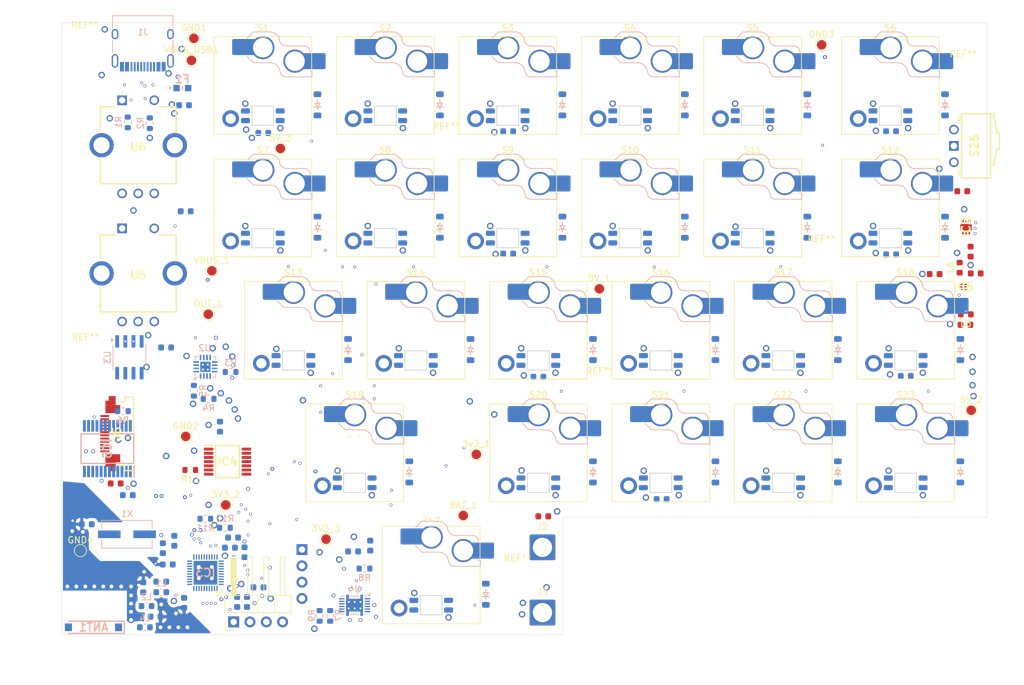
<source format=kicad_pcb>
(kicad_pcb (version 20240108) (generator "pcbnew") (generator_version "8.0")
  (layers (0 "F.Cu" signal) (1 "In1.Cu" power "PWR") (2 "In2.Cu" power "GND") (31 "B.Cu" signal) (34 "B.Paste" user) (35 "F.Paste" user) (36 "B.SilkS" user "B.Silkscreen") (37 "F.SilkS" user "F.Silkscreen") (38 "B.Mask" user) (39 "F.Mask" user) (44 "Edge.Cuts" user))
  (net 0 "")
  (net 1 "GND")
  (net 2 "3V3")
  (net 3 "Net-(U4-V_{DD})")
  (net 4 "5V")
  (net 5 "Net-(D1-DOUT)")
  (net 6 "Net-(D1-DIN)")
  (net 7 "Net-(D2-DOUT)")
  (net 8 "Net-(D5-DOUT)")
  (net 9 "Net-(D10-DOUT)")
  (net 10 "Net-(D12-DOUT)")
  (net 11 "Net-(D14-DOUT)")
  (net 12 "Net-(D18-DOUT)")
  (net 13 "/VBUS")
  (net 21 "Net-(IC4-2Y)")
  (net 23 "/2A")
  (net 26 "/D_N")
  (net 27 "Net-(J1-CC1)")
  (net 28 "/D_P")
  (net 29 "Net-(J1-CC2)")
  (net 31 "/SDA")
  (net 32 "/SCL")
  (net 41 "/Column 0")
  (net 42 "/Column 1")
  (net 43 "/Column 2")
  (net 44 "/Column 3")
  (net 45 "/Column 4")
  (net 46 "/Column 5")
  (net 47 "/CW2")
  (net 48 "D-")
  (net 49 "/CCW")
  (net 50 "/Row 1")
  (net 51 "/NO")
  (net 52 "/NO2")
  (net 53 "D+")
  (net 54 "/Row 0")
  (net 55 "/Row 3")
  (net 56 "/Row 2")
  (net 57 "/CCW2")
  (net 58 "/CW")
  (net 59 "/CHG")
  (net 60 "Net-(U2-TS)")
  (net 61 "Net-(U2-ISET)")
  (net 64 "Net-(U2-ILIM)")
  (net 65 "Net-(U4-GPOUT)")
  (net 66 "Net-(U4-BIN)")
  (net 68 "Net-(U4-SRN)")
  (net 69 "Net-(U4-SRP)")
  (net 79 "Net-(Di1-A)")
  (net 80 "Net-(Di7-A)")
  (net 81 "Net-(Di8-A)")
  (net 82 "Net-(Di9-A)")
  (net 83 "Net-(Di10-A)")
  (net 84 "Net-(Di14-A)")
  (net 85 "Net-(Di19-A)")
  (net 86 "Net-(Di21-A)")
  (net 87 "Net-(Di23-A)")
  (net 89 "Net-(IC3-ANT)")
  (net 90 "Net-(IC3-SWDIO)")
  (net 91 "Net-(IC3-DECUSB)")
  (net 92 "Net-(IC3-DEC1)")
  (net 93 "Net-(IC3-XC1)")
  (net 94 "/DEC4")
  (net 95 "Net-(IC3-DEC5)")
  (net 96 "Net-(IC3-XC2)")
  (net 97 "Net-(IC3-DEC3)")
  (net 98 "/INTA")
  (net 99 "Net-(IC3-SWDCLK)")
  (net 116 "Net-(C15-Pad1)")
  (net 117 "/RF")
  (net 118 "Net-(IC2-LX)")
  (net 120 "Net-(IC2-BAT)")
  (net 122 "Net-(IC6-LX)")
  (net 124 "Net-(ANT1-FEED)")
  (net 125 "Net-(Di15-A)")
  (net 126 "Net-(Di22-A)")
  (net 127 "Net-(Di11-A)")
  (net 128 "Net-(Di17-A)")
  (net 129 "Net-(Di24-A)")
  (net 130 "Net-(Di12-A)")
  (net 131 "Net-(Di18-A)")
  (net 132 "Net-(Di2-A)")
  (net 133 "Net-(Di13-A)")
  (net 134 "Net-(Di3-A)")
  (net 135 "Net-(Di4-A)")
  (net 136 "Net-(Di16-A)")
  (net 137 "Net-(Di5-A)")
  (net 138 "Net-(Di6-A)")
  (net 139 "Net-(Di20-A)")
  (net 140 "Net-(D3-DOUT)")
  (net 141 "Net-(D4-DOUT)")
  (net 142 "Net-(D6-DOUT)")
  (net 143 "Net-(D7-DOUT)")
  (net 144 "Net-(D8-DOUT)")
  (net 145 "Net-(D10-DIN)")
  (net 146 "Net-(D11-DOUT)")
  (net 147 "Net-(D13-DOUT)")
  (net 148 "Net-(D15-DOUT)")
  (net 149 "Net-(D17-DOUT)")
  (net 150 "Net-(D16-DOUT)")
  (net 151 "Net-(D19-DOUT)")
  (net 152 "Net-(D20-DOUT)")
  (net 153 "Net-(D21-DOUT)")
  (net 154 "Net-(D22-DOUT)")
  (net 155 "Net-(D20-DIN)")
  (net 157 "/BAT")
  (net 158 "/VBUS_USB")
  (net 159 "/OUT")
  (net 160 "Net-(J5-PadMP1)")
  (net 161 "Net-(J5-PadMP4)")
  (footprint "Connector_Wire:SolderWire-2.5sqmm_1x01_D2.4mm_OD3.6mm" (layer "F.Cu") (at 134.0005 108.4204)
    (property "Reference" "J2")
    (property "Value" "Battery Pos")
  )
  (footprint "ScottoKeebs_Hotswap:Hotswap_Choc_V1V2_Plated_1.00u" (layer "F.Cu") (at 128.5965 55.5734)
    (property "Reference" "S9")
    (property "Value" "Keyswitch")
  )
  (footprint "MountingHole:MountingHole_2.2mm_M2" (layer "F.Cu") (at 130.1065 113.3234)
    (property "Reference" "REF**")
    (property "Value" "MountingHole_2.2mm_M2")
  )
  (footprint "MountingHole:MountingHole_2.2mm_M2" (layer "F.Cu") (at 177.4065 63.6234)
    (property "Reference" "REF**")
    (property "Value" "MountingHole_2.2mm_M2")
  )
  (footprint "Connector_PinHeader_2.54mm:PinHeader_1x04_P2.54mm_Horizontal" (layer "F.Cu") (at 85.9565 120.0234 90)
    (property "Reference" "J6")
    (property "Value" "PinHeader_1x04_P2.54mm_Horizontal")
  )
  (footprint "Inductor_SMD:L_0603_1608Metric" (layer "F.Cu") (at 199.867896 72.147099 180)
    (property "Reference" "L3")
    (property "Value" "1uH")
  )
  (footprint "TestPoint:TestPoint_Pad_D1.5mm" (layer "F.Cu") (at 79.3905 32.6014)
    (property "Reference" "VBUS_USB1")
    (property "Value" "TestPoint")
  )
  (footprint "ScottoKeebs_Components:Capacitor_0603" (layer "F.Cu") (at 199.8065 73.7734)
    (property "Reference" "C13" (hide yes))
    (property "Value" "4.7uF" (hide yes))
  )
  (footprint "MountingHole:MountingHole_2.2mm_M2" (layer "F.Cu") (at 142.9065 84.1234)
    (property "Reference" "REF**")
    (property "Value" "MountingHole_2.2mm_M2")
  )
  (footprint "ScottoKeebs_Hotswap:Hotswap_Choc_V1V2_Plated_1.00u" (layer "F.Cu") (at 114.309 74.6234)
    (property "Reference" "S14")
    (property "Value" "Keyswitch")
  )
  (footprint "ScottoKeebs_Components:OLED_128x32" (layer "F.Cu") (at 98.18275 118.5614 180)
    (property "Reference" "J4" (hide yes))
    (property "Value" "OLED_128x32")
  )
  (footprint "TestPoint:TestPoint_Pad_D1.5mm" (layer "F.Cu") (at 123.7135 93.9424)
    (property "Reference" "3v3_1")
    (property "Value" "TestPoint")
  )
  (footprint "ScottoKeebs_Components:Capacitor_0603" (layer "F.Cu") (at 199.3065 52.9734 180)
    (property "Reference" "C25" (hide yes))
    (property "Value" "10uF" (hide yes))
  )
  (footprint "ScottoKeebs_Hotswap:Hotswap_Choc_V1V2_Plated_1.00u" (layer "F.Cu") (at 104.784 93.6734)
    (property "Reference" "S19")
    (property "Value" "Keyswitch")
  )
  (footprint "SamacSys_Parts:XC9290A07E1RG" (layer "F.Cu") (at 199.5065 67.8734 180)
    (property "Reference" "IC6")
    (property "Value" "XC9291B33D1R-G" (hide yes))
  )
  (footprint "ScottoKeebs_Hotswap:Hotswap_Choc_V1V2_Plated_1.00u" (layer "F.Cu") (at 171.459 74.6234)
    (property "Reference" "S17")
    (property "Value" "Keyswitch")
  )
  (footprint "TestPoint:TestPoint_Pad_D1.5mm" (layer "F.Cu") (at 84.7245 101.8164)
    (property "Reference" "3V3_2")
    (property "Value" "TestPoint")
  )
  (footprint "ScottoKeebs_Hotswap:Hotswap_Choc_V1V2_Plated_1.00u" (layer "F.Cu") (at 166.6965 55.5734)
    (property "Reference" "S11")
    (property "Value" "Keyswitch")
  )
  (footprint "ScottoKeebs_Hotswap:Hotswap_Choc_V1V2_Plated_1.00u" (layer "F.Cu") (at 90.4965 55.5734)
    (property "Reference" "S7")
    (property "Value" "Keyswitch")
  )
  (footprint "ScottoKeebs_Hotswap:Hotswap_Choc_V1V2_Plated_1.00u" (layer "F.Cu") (at 152.409 74.6234)
    (property "Reference" "S16")
    (property "Value" "Keyswitch")
  )
  (footprint "ScottoKeebs_Hotswap:Hotswap_Choc_V1V2_Plated_1.00u" (layer "F.Cu") (at 133.359 74.6234)
    (property "Reference" "S15")
    (property "Value" "Keyswitch")
  )
  (footprint "SamacSys_Parts:SOP65P640X110-14N" (layer "F.Cu") (at 85.0065 95.0734)
    (property "Reference" "IC4")
    (property "Value" "74AHCT125PW,118" (hide yes))
  )
  (footprint "TestPoint:TestPoint_Pad_D1.5mm" (layer "F.Cu") (at 200.7065 87.0734)
    (property "Reference" "5V_2")
    (property "Value" "TestPoint")
  )
  (footprint "ScottoKeebs_Hotswap:Hotswap_Choc_V1V2_Plated_1.00u" (layer "F.Cu") (at 147.6465 55.5734)
    (property "Reference" "S10")
    (property "Value" "Keyswitch")
  )
  (footprint "ScottoKeebs_Hotswap:Hotswap_Choc_V1V2_Plated_1.00u" (layer "F.Cu") (at 190.509 93.6734)
    (property "Reference" "S23")
    (property "Value" "Keyswitch")
  )
  (footprint "ScottoKeebs_Hotswap:Hotswap_Choc_V1V2_Plated_1.00u" (layer "F.Cu") (at 109.5465 36.5234)
    (property "Reference" "S2")
    (property "Value" "Keyswitch")
  )
  (footprint "ScottoKeebs_Hotswap:Hotswap_Choc_V1V2_Plated_1.00u" (layer "F.Cu") (at 152.409 93.6734)
    (property "Reference" "S21")
    (property "Value" "Keyswitch")
  )
  (footprint "ScottoKeebs_Hotswap:Hotswap_Choc_V1V2_Plated_1.00u" (layer "F.Cu") (at 116.69025 112.7234)
    (property "Reference" "S24")
    (property "Value" "Keyswitch")
  )
  (footprint "TestPoint:TestPoint_Pad_D1.5mm" (layer "F.Cu") (at 82.5655 65.3674)
    (property "Reference" "VBUS_1")
    (property "Value" "TestPoint")
  )
  (footprint "ScottoKeebs_Hotswap:Hotswap_Choc_V1V2_Plated_1.00u" (layer "F.Cu") (at 133.359002 93.6734)
    (property "Reference" "S20")
    (property "Value" "Keyswitch")
  )
  (footprint "ScottoKeebs_Components:Capacitor_0603" (layer "F.Cu") (at 200.6065 62.3734 -90)
    (property "Reference" "C26" (hide yes))
    (property "Value" "10uF" (hide yes))
  )
  (footprint "ScottoKeebs_Components:Capacitor_0603" (layer "F.Cu") (at 67.6065 98.4734)
    (property "Reference" "C37" (hide yes))
    (property "Value" "100nF" (hide yes))
  )
  (footprint "ScottoKeebs_Hotswap:Hotswap_Choc_V1V2_Plated_1.00u" (layer "F.Cu") (at 90.4965 36.5234)
    (property "Reference" "S1")
    (property "Value" "Keyswitch")
  )
  (footprint "ScottoKeebs_Hotswap:Hotswap_Choc_V1V2_Plated_1.00u" (layer "F.Cu") (at 188.12775 55.5734)
    (property "Reference" "S12")
    (property "Value" "Keyswitch")
  )
  (footprint "MountingHole:MountingHole_3.2mm_M3" (layer "F.Cu") (at 62.8065 31.3234)
    (property "Reference" "REF**")
    (property "Value" "MountingHole_3.2mm_M3")
  )
  (footprint "MountingHole:MountingHole_3.2mm_M3" (layer "F.Cu") (at 199.4565 35.8234)
    (property "Reference" "REF**")
    (property "Value" "MountingHole_3.2mm_M3")
  )
  (footprint "SamacSys_Parts:CLSA12C422" (layer "F.Cu") (at 198.0065 45.9234 90)
    (property "Reference" "S26")
    (property "Value" "CL-SA-12C4-22" (hide yes))
  )
  (footprint "ScottoKeebs_Hotswap:Hotswap_Choc_V1V2_Plated_1.00u" (layer "F.Cu") (at 171.459 93.6734)
    (property "Reference" "S22")
    (property "Value" "Keyswitch")
  )
  (footprint "ScottoKeebs_Stabilizer:Stabilizer_MX_2.00u" (layer "F.Cu") (at 104.784 93.6734)
    (property "Reference" "St1")
    (property "Value" "Stabilizer_MX_2.00u")
  )
  (footprint "MountingHole:MountingHole_2.2mm_M2" (layer "F.Cu") (at 119.0565 46.0734)
    (property "Reference" "REF**")
    (property "Value" "MountingHole_2.2mm_M2")
  )
  (footprint "SamacSys_Parts:PEC11L4015FS0015" (layer "F.Cu") (at 68.6065 58.7634)
    (property "Reference" "U5")
    (property "Value" "PEC11L-4015F-S0015" (hide yes))
  )
  (footprint "ScottoKeebs_Hotswap:Hotswap_Choc_V1V2_Plated_1.00u" (layer "F.Cu") (at 95.259 74.6234)
    (property "Reference" "S13")
    (property "Value" "Keyswitch")
  )
  (footprint "MountingHole:MountingHole_3.2mm_M3" (layer "F.Cu") (at 62.9065 79.8734)
    (property "Reference" "REF**")
    (property "Value" "MountingHole_3.2mm_M3")
  )
  (footprint "ScottoKeebs_Components:Capacitor_0603" (layer "F.Cu") (at 195.0065 65.8734 180)
    (property "Reference" "C10" (hide yes))
    (property "Value" "4.7uF" (hide yes))
  )
  (footprint "ScottoKeebs_Hotswap:Hotswap_Choc_V1V2_Plated_1.00u" (layer "F.Cu") (at 109.5465 55.5734)
    (property "Reference" "S8")
    (property "Value" "Keyswitch")
  )
  (footprint "SamacSys_Parts:XC9147_8_USP-6C" (layer "F.Cu") (at 199.9065 58.5734 -90)
    (property "Reference" "IC2")
    (property "Value" "XC9148G50CER-G" (hide yes))
  )
  (footprint "SamacSys_Parts:SFV12R1STBE1HLF" (layer "F.Cu") (at 67.8065 90.724244 90)
    (property "Reference" "J5")
    (property "Value" "SFV12R-1STBE1HLF" (hide yes))
  )
  (footprint "Resistor_SMD:R_0603_1608Metric" (layer "F.Cu") (at 79.2065 96.3734 180)
    (property "Reference" "R12")
    (property "Value" "500")
  )
  (footprint "TestPoint:TestPoint_Pad_D1.5mm" (layer "F.Cu") (at 100.3315 107.1484)
    (property "Reference" "3V3_3")
    (property "Value" "TestPoint")
  )
  (footprint "TestPoint:TestPoint_Pad_D1.5mm" (layer "F.Cu") (at 79.7715 29.1724)
    (property "Reference" "GND1")
    (property "Value" "TestPoint")
  )
  (footprint "TestPoint:TestPoint_Pad_D1.5mm" (layer "F.Cu") (at 177.4345 30.1884)
    (property "Reference" "GND3")
    (property "Value" "TestPoint")
  )
  (footprint "TestPoint:TestPoint_Pad_D1.5mm" (layer "F.Cu") (at 62.1185 108.9284)
    (property "Reference" "GND4")
    (property "Value" "TestPoint")
  )
  (footprint "ScottoKeebs_Components:Capacitor_0603" (layer "F.Cu") (at 134.1275 103.5944)
    (property "Reference" "C18" (hide yes))
    (property "Value" "1uF" (hide yes))
  )
  (footprint "TestPoint:TestPoint_Pad_D1.5mm" (layer "F.Cu") (at 82.0065 72.1234)
    (property "Reference" "OUT_1")
    (property "Value" "TestPoint")
  )
  (footprint "Inductor_SMD:L_0603_1608Metric" (layer "F.Cu") (at 198.9065 64.8734 90)
    (property "Reference" "L6")
    (property "Value" "4.7uH")
  )
  (footprint "ScottoKeebs_Hotswap:Hotswap_Choc_V1V2_Plated_1.00u" (layer "F.Cu") (at 190.509 74.6234)
    (property "Reference" "S18")
    (property "Value" "Keyswitch")
  )
  (footprint "SamacSys_Parts:PEC11L4015FS0015" (layer "F.Cu") (at 68.6065 38.8134)
    (property "Reference" "U6")
    (property "Value" "PEC11L-4015F-S0015" (hide yes))
  )
  (footprint "ScottoKeebs_Hotswap:Hotswap_Choc_V1V2_Plated_1.00u" (layer "F.Cu") (at 166.6965 36.5234)
    (property "Reference" "S5")
    (property "Value" "Keyswitch")
  )
  (footprint "ScottoKeebs_Hotswap:Hotswap_Choc_V1V2_Plated_1.00u" (layer "F.Cu") (at 128.5965 36.5234)
    (property "Reference" "S3")
    (property "Value" "Keyswitch")
  )
  (footprint "ScottoKeebs_Hotswap:Hotswap_Choc_V1V2_Plated_1.00u" (layer "F.Cu") (at 147.6465 36.5234)
    (property "Reference" "S4")
    (property "Value" "Keyswitch")
  )
  (footprint "ScottoKeebs_Hotswap:Hotswap_Choc_V1V2_Plated_1.00u" (layer "F.Cu") (at 188.12775 36.5234)
    (property "Reference" "S6")
    (property "Value" "Keyswitch")
  )
  (footprint "ScottoKeebs_Components:Capacitor_0603" (layer "F.Cu") (at 201.4065 65.7734 180)
    (property "Reference" "C27" (hide yes))
    (property "Value" "10uF" (hide yes))
  )
  (footprint "TestPoint:TestPoint_Pad_D1.5mm" (layer "F.Cu") (at 142.8565 68.1734)
    (property "Reference" "5V_1")
    (property "Value" "TestPoint")
  )
  (footprint "TestPoint:TestPoint_Pad_D1.5mm" (layer "F.Cu") (at 78.5015 91.1484)
    (property "Reference" "GND2")
    (property "Value" "TestPoint")
  )
  (footprint "TestPoint:TestPoint_Pad_D1.5mm" (layer "F.Cu") (at 93.2335 46.3174)
    (property "Reference" "5V_3")
    (property "Value" "TestPoint")
  )
  (footprint "TestPoint:TestPoint_Pad_D1.5mm" (layer "F.Cu") (at 121.6815 103.4674)
    (property "Reference" "BAT_1")
    (property "Value" "TestPoint")
  )
  (footprint "Connector_Wire:SolderWire-2.5sqmm_1x01_D2.4mm_OD3.6mm" (layer "F.Cu") (at 134.0005 118.5804)
    (property "Reference" "J3")
    (property "Value" "Battery Neg")
  )
  (footprint "ScottoKeebs_Components:Diode_SOD-123" (layer "B.Cu") (at 118.0465 58.5734 90)
    (property "Reference" "Di12" (hide yes))
    (property "Value" "Diode")
  )
  (footprint "ScottoKeebs_Components:Capacitor_0603" (layer "B.Cu") (at 75.7075 111.0874 180)
    (property "Reference" "C12" (hide yes))
    (property "Value" "100pF" (hide yes))
  )
  (footprint "ScottoKeebs_Components:LED_SK6812MINI" (layer "B.Cu") (at 190.509 79.3234)
    (property "Reference" "D18" (hide yes))
    (property "Value" "LED_SK6812MINI" (hide yes))
    (fp_line (start -1.7 -1.5) (end -1.7 1.5) (stroke (width 0.12)) (layer "Edge.Cuts"))
    (fp_line (start -1.7 1.5) (end 1.7 1.5) (stroke (width 0.12)) (layer "Edge.Cuts"))
    (fp_line (start 1.7 -1.5) (end -1.7 -1.5) (stroke (width 0.12)) (layer "Edge.Cuts"))
    (fp_line (start 1.7 1.5) (end 1.7 -1.5) (stroke (width 0.12)) (layer "Edge.Cuts"))
  )
  (footprint "ScottoKeebs_Components:Diode_SOD-123" (layer "B.Cu") (at 156.1465 58.5734 90)
    (property "Reference" "Di13" (hide yes))
    (property "Value" "Diode")
  )
  (footprint "ScottoKeebs_Components:Capacitor_0603" (layer "B.Cu") (at 133.3655 81.8774 180)
    (property "Reference" "C30" (hide yes))
    (property "Value" "100nF" (hide yes))
  )
  (footprint "ScottoKeebs_Components:Capacitor_0603" (layer "B.Cu") (at 78.2475 117.0564 -90)
    (property "Reference" "C11" (hide yes))
    (property "Value" "820pF" (hide yes))
  )
  (footprint "ScottoKeebs_Components:Capacitor_0603" (layer "B.Cu") (at 71.8975 114.6434 90)
    (property "Reference" "C15" (hide yes))
    (property "Value" "1.2pF" (hide yes))
  )
  (footprint "ScottoKeebs_Components:Diode_SOD-123" (layer "B.Cu") (at 175.1965 39.5234 90)
    (property "Reference" "Di2" (hide yes))
    (property "Value" "Diode")
  )
  (footprint "Resistor_SMD:R_0603_1608Metric" (layer "B.Cu") (at 72.9135 42.3804 -90)
    (property "Reference" "R2")
    (property "Value" "5k1")
  )
  (footprint "ScottoKeebs_Components:Diode_SOD-123" (layer "B.Cu") (at 122.809 77.6234 90)
    (property "Reference" "Di16" (hide yes))
    (property "Value" "Diode")
  )
  (footprint "ScottoKeebs_Components:LED_SK6812MINI" (layer "B.Cu") (at 171.459 98.3734)
    (property "Reference" "D22" (hide yes))
    (property "Value" "LED_SK6812MINI" (hide yes))
    (fp_line (start -1.7 -1.5) (end -1.7 1.5) (stroke (width 0.12)) (layer "Edge.Cuts"))
    (fp_line (start -1.7 1.5) (end 1.7 1.5) (stroke (width 0.12)) (layer "Edge.Cuts"))
    (fp_line (start 1.7 -1.5) (end -1.7 -1.5) (stroke (width 0.12)) (layer "Edge.Cuts"))
    (fp_line (start 1.7 1.5) (end 1.7 -1.5) (stroke (width 0.12)) (layer "Edge.Cuts"))
  )
  (footprint "ScottoKeebs_Components:LED_SK6812MINI" (layer "B.Cu") (at 147.6465 60.2734)
    (property "Reference" "D10" (hide yes))
    (property "Value" "LED_SK6812MINI" (hide yes))
    (fp_line (start -1.7 -1.5) (end -1.7 1.5) (stroke (width 0.12)) (layer "Edge.Cuts"))
    (fp_line (start -1.7 1.5) (end 1.7 1.5) (stroke (width 0.12)) (layer "Edge.Cuts"))
    (fp_line (start 1.7 -1.5) (end -1.7 -1.5) (stroke (width 0.12)) (layer "Edge.Cuts"))
    (fp_line (start 1.7 1.5) (end 1.7 -1.5) (stroke (width 0.12)) (layer "Edge.Cuts"))
  )
  (footprint "Inductor_SMD:L_0603_1608Metric" (layer "B.Cu") (at 74.6915 115.4054 180)
    (property "Reference" "L1")
    (property "Value" "4.7nH")
  )
  (footprint "ScottoKeebs_Components:Diode_SOD-123" (layer "B.Cu") (at 125.19025 115.7234 90)
    (property "Reference" "Di24" (hide yes))
    (property "Value" "Diode")
  )
  (footprint "ScottoKeebs_Components:LED_SK6812MINI" (layer "B.Cu") (at 147.6465 41.2234)
    (property "Reference" "D4" (hide yes))
    (property "Value" "LED_SK6812MINI" (hide yes))
    (fp_line (start -1.7 -1.5) (end -1.7 1.5) (stroke (width 0.12)) (layer "Edge.Cuts"))
    (fp_line (start -1.7 1.5) (end 1.7 1.5) (stroke (width 0.12)) (layer "Edge.Cuts"))
    (fp_line (start 1.7 -1.5) (end -1.7 -1.5) (stroke (width 0.12)) (layer "Edge.Cuts"))
    (fp_line (start 1.7 1.5) (end 1.7 -1.5) (stroke (width 0.12)) (layer "Edge.Cuts"))
  )
  (footprint "SamacSys_Parts:SOP65P780X200-24N" (layer "B.Cu") (at 66.3095 93.0534 90)
    (property "Reference" "IC5")
    (property "Value" "MCP23018T-E_SS" (hide yes))
  )
  (footprint "Crystal:Crystal_SMD_ECS_CSM3X-2Pin_7.6x4.1mm" (layer "B.Cu") (at 69.3575 106.3884 180)
    (property "Reference" "X1")
    (property "Value" "32MHz")
  )
  (footprint "Package_SO:SOIC-8_3.9x4.9mm_P1.27mm" (layer "B.Cu") (at 69.7385 78.8294 -90)
    (property "Reference" "U3")
    (property "Value" "USB6B1")
  )
  (footprint "ScottoKeebs_Components:Diode_SOD-123" (layer "B.Cu") (at 156.1465 39.5234 90)
    (property "Reference" "Di9" (hide yes))
    (property "Value" "Diode")
  )
  (footprint "ScottoKeebs_Components:Diode_SOD-123" (layer "B.Cu") (at 199.009 96.6734 90)
    (property "Reference" "Di23" (hide yes))
    (property "Value" "Diode")
  )
  (footprint "Connector_USB:USB_C_Receptacle_HRO_TYPE-C-31-M-12" (layer "B.Cu") (at 71.8165 29.5534)
    (property "Reference" "J1")
    (property "Value" "USB_C_Receptacle_USB2.0_16P")
  )
  (footprint "ScottoKeebs_Components:LED_SK6812MINI" (layer "B.Cu") (at 171.459 79.3234)
    (property "Reference" "D17" (hide yes))
    (property "Value" "LED_SK6812MINI" (hide yes))
    (fp_line (start -1.7 -1.5) (end -1.7 1.5) (stroke (width 0.12)) (layer "Edge.Cuts"))
    (fp_line (start -1.7 1.5) (end 1.7 1.5) (stroke (width 0.12)) (layer "Edge.Cuts"))
    (fp_line (start 1.7 -1.5) (end -1.7 -1.5) (stroke (width 0.12)) (layer "Edge.Cuts"))
    (fp_line (start 1.7 1.5) (end 1.7 -1.5) (stroke (width 0.12)) (layer "Edge.Cuts"))
  )
  (footprint "ScottoKeebs_Components:Capacitor_0603" (layer "B.Cu") (at 128.6665 62.7004 180)
    (property "Reference" "C28" (hide yes))
    (property "Value" "100nF" (hide yes))
  )
  (footprint "ScottoKeebs_Components:Capacitor_0603" (layer "B.Cu") (at 190.5285 81.7504 180)
    (property "Reference" "C21" (hide yes))
    (property "Value" "100nF" (hide yes))
  )
  (footprint "Resistor_SMD:R_0603_1608Metric" (layer "B.Cu") (at 84.5975 105.3724 180)
    (property "Reference" "R10")
    (property "Value" "10k")
  )
  (footprint "ScottoKeebs_Components:Capacitor_0603" (layer "B.Cu") (at 78.2345 39.5864 180)
    (property "Reference" "C35" (hide yes))
    (property "Value" "22uF" (hide yes))
  )
  (footprint "ScottoKeebs_Components:LED_SK6812MINI" (layer "B.Cu") (at 109.5465 60.2734)
    (property "Reference" "D8" (hide yes))
    (property "Value" "LED_SK6812MINI" (hide yes))
    (fp_line (start -1.7 -1.5) (end -1.7 1.5) (stroke (width 0.12)) (layer "Edge.Cuts"))
    (fp_line (start -1.7 1.5) (end 1.7 1.5) (stroke (width 0.12)) (layer "Edge.Cuts"))
    (fp_line (start 1.7 -1.5) (end -1.7 -1.5) (stroke (width 0.12)) (layer "Edge.Cuts"))
    (fp_line (start 1.7 1.5) (end 1.7 -1.5) (stroke (width 0.12)) (layer "Edge.Cuts"))
  )
  (footprint "ScottoKeebs_Components:Diode_SOD-123" (layer "B.Cu") (at 113.284 96.6734 90)
    (property "Reference" "Di20" (hide yes))
    (property "Value" "Diode")
  )
  (footprint "Resistor_SMD:R_0603_1608Metric" (layer "B.Cu") (at 85.4865 81.1154 180)
    (property "Reference" "R3")
    (property "Value" "3k")
  )
  (footprint "ScottoKeebs_Components:Capacitor_0603" (layer "B.Cu") (at 78.5015 56.0964)
    (property "Reference" "C23" (hide yes))
    (property "Value" "4.7uF" (hide yes))
  )
  (footprint "ScottoKeebs_Components:LED_SK6812MINI" (layer "B.Cu") (at 109.5465 41.2234)
    (property "Reference" "D2" (hide yes))
    (property "Value" "LED_SK6812MINI" (hide yes))
    (fp_line (start -1.7 -1.5) (end -1.7 1.5) (stroke (width 0.12)) (layer "Edge.Cuts"))
    (fp_line (start -1.7 1.5) (end 1.7 1.5) (stroke (width 0.12)) (layer "Edge.Cuts"))
    (fp_line (start 1.7 -1.5) (end -1.7 -1.5) (stroke (width 0.12)) (layer "Edge.Cuts"))
    (fp_line (start 1.7 1.5) (end 1.7 -1.5) (stroke (width 0.12)) (layer "Edge.Cuts"))
  )
  (footprint "ScottoKeebs_Components:Diode_SOD-123" (layer "B.Cu") (at 179.959 77.6234 90)
    (property "Reference" "Di5" (hide yes))
    (property "Value" "Diode")
  )
  (footprint "ScottoKeebs_Components:Diode_SOD-123" (layer "B.Cu") (at 98.9965 39.5234 90)
    (property "Reference" "Di1" (hide yes))
    (property "Value" "Diode")
  )
  (footprint "ScottoKeebs_Components:LED_SK6812MINI" (layer "B.Cu") (at 90.4965 41.2234)
    (property "Reference" "D1" (hide yes))
    (property "Value" "LED_SK6812MINI" (hide yes))
    (fp_line (start -1.7 -1.5) (end -1.7 1.5) (stroke (width 0.12)) (layer "Edge.Cuts"))
    (fp_line (start -1.7 1.5) (end 1.7 1.5) (stroke (width 0.12)) (layer "Edge.Cuts"))
    (fp_line (start 1.7 -1.5) (end -1.7 -1.5) (stroke (width 0.12)) (layer "Edge.Cuts"))
    (fp_line (start 1.7 1.5) (end 1.7 -1.5) (stroke (width 0.12)) (layer "Edge.Cuts"))
  )
  (footprint "Resistor_SMD:R_0603_1608Metric" (layer "B.Cu") (at 100.9805 119.0884 -90)
    (property "Reference" "R9")
    (property "Value" "10m1%")
  )
  (footprint "SamacSys_Parts:ANTC8010X110N" (layer "B.Cu") (at 64.1505 120.8664 180)
    (property "Reference" "ANT1")
    (property "Value" "ACAG0801-2450-T" (hide yes))
  )
  (footprint "ScottoKeebs_Components:Capacitor_0603" (layer "B.Cu") (at 74.6915 113.7544)
    (property "Reference" "C16" (hide yes))
    (property "Value" "1pF" (hide yes))
  )
  (footprint "ScottoKeebs_Components:Diode_SOD-123" (layer "B.Cu") (at 141.859 77.6234 90)
    (property "Reference" "Di17" (hide yes))
    (property "Value" "Diode")
  )
  (footprint "ScottoKeebs_Components:Diode_SOD-123" (layer "B.Cu") (at 179.959 96.6734 90)
    (property "Reference" "Di22" (hide yes))
    (property "Value" "Diode")
  )
  (footprint "Resistor_SMD:R_0603_1608Metric" (layer "B.Cu") (at 69.4845 42.2534 -90)
    (property "Reference" "R1")
    (property "Value" "5k1")
  )
  (footprint "ScottoKeebs_Components:Capacitor_0603" (layer "B.Cu") (at 152.5425 100.9274 180)
    (property "Reference" "C31" (hide yes))
    (property "Value" "100nF" (hide yes))
  )
  (footprint "ScottoKeebs_Components:LED_SK6812MINI" (layer "B.Cu") (at 166.6965 60.2734)
    (property "Reference" "D11" (hide yes))
    (property "Value" "LED_SK6812MINI" (hide yes))
    (fp_line (start -1.7 -1.5) (end -1.7 1.5) (stroke (width 0.12)) (layer "Edge.Cuts"))
    (fp_line (start -1.7 1.5) (end 1.7 1.5) (stroke (width 0.12)) (layer "Edge.Cuts"))
    (fp_line (start 1.7 -1.5) (end -1.7 -1.5) (stroke (width 0.12)) (layer "Edge.Cuts"))
    (fp_line (start 1.7 1.5) (end 1.7 -1.5) (stroke (width 0.12)) (layer "Edge.Cuts"))
  )
  (footprint "ScottoKeebs_Components:LED_SK6812MINI" (layer "B.Cu") (at 152.409 79.3234)
    (property "Reference" "D16" (hide yes))
    (property "Value" "LED_SK6812MINI" (hide yes))
    (fp_line (start -1.7 -1.5) (end -1.7 1.5) (stroke (width 0.12)) (layer "Edge.Cuts"))
    (fp_line (start -1.7 1.5) (end 1.7 1.5) (stroke (width 0.12)) (layer "Edge.Cuts"))
    (fp_line (start 1.7 -1.5) (end -1.7 -1.5) (stroke (width 0.12)) (layer "Edge.Cuts"))
    (fp_line (start 1.7 1.5) (end 1.7 -1.5) (stroke (width 0.12)) (layer "Edge.Cuts"))
  )
  (footprint "Resistor_SMD:R_0603_1608Metric" (layer "B.Cu") (at 99.3295 119.0884 90)
    (property "Reference" "R7")
    (property "Value" "10k")
  )
  (footprint "ScottoKeebs_Components:LED_SK6812MINI" (layer "B.Cu") (at 128.5965 60.2734)
    (property "Reference" "D9" (hide yes))
    (property "Value" "LED_SK6812MINI" (hide yes))
    (fp_line (start -1.7 -1.5) (end -1.7 1.5) (stroke (width 0.12)) (layer "Edge.Cuts"))
    (fp_line (start -1.7 1.5) (end 1.7 1.5) (stroke (width 0.12)) (layer "Edge.Cuts"))
    (fp_line (start 1.7 -1.5) (end -1.7 -1.5) (stroke (width 0.12)) (layer "Edge.Cuts"))
    (fp_line (start 1.7 1.5) (end 1.7 -1.5) (stroke (width 0.12)) (layer "Edge.Cuts"))
  )
  (footprint "ScottoKeebs_Components:Capacitor_0603" (layer "B.Cu") (at 83.8355 89.6244 -90)
    (property "Reference" "C17" (hide yes))
    (property "Value" "4.7uF" (hide yes))
  )
  (footprint "ScottoKeebs_Components:Capacitor_0603" (layer "B.Cu") (at 188.2295 43.6504 180)
    (property "Reference" "C34" (hide yes))
    (property "Value" "10uF" (hide yes))
  )
  (footprint "ScottoKeebs_Components:Capacitor_0603" (layer "B.Cu") (at 90.5665 43.9044 180)
    (property "Reference" "C32" (hide yes))
    (property "Value" "100nF" (hide yes))
  )
  (footprint "ScottoKeebs_Components:Capacitor_0603" (layer "B.Cu") (at 73.8025 119.2154)
    (property "Reference" "C36" (hide yes))
    (property "Value" "1.5pF" (hide yes))
  )
  (footprint "ScottoKeebs_Components:Diode_SOD-123" (layer "B.Cu") (at 118.0465 39.5234 90)
    (property "Reference" "Di7" (hide yes))
    (property "Value" "Diode")
  )
  (footprint "ScottoKeebs_Components:LED_SK6812MINI" (layer "B.Cu") (at 95.259 79.3234)
    (property "Reference" "D13" (hide yes))
    (property "Value" "LED_SK6812MINI" (hide yes))
    (fp_line (start -1.7 -1.5) (end -1.7 1.5) (stroke (width 0.12)) (layer "Edge.Cuts"))
    (fp_line (start -1.7 1.5) (end 1.7 1.5) (stroke (width 0.12)) (layer "Edge.Cuts"))
    (fp_line (start 1.7 -1.5) (end -1.7 -1.5) (stroke (width 0.12)) (layer "Edge.Cuts"))
    (fp_line (start 1.7 1.5) (end 1.7 -1.5) (stroke (width 0.12)) (layer "Edge.Cuts"))
  )
  (footprint "Resistor_SMD:R_0603_1608Metric" (layer "B.Cu") (at 79.7715 84.0364 90)
    (property "Reference" "R5")
    (property "Value" "10k")
  )
  (footprint "ScottoKeebs_Components:LED_SK6812MINI" (layer "B.Cu") (at 90.4965 60.2734)
    (property "Reference" "D7" (hide yes))
    (property "Value" "LED_SK6812MINI" (hide yes))
    (fp_line (start -1.7 -1.5) (end -1.7 1.5) (stroke (width 0.12)) (layer "Edge.Cuts"))
    (fp_line (start -1.7 1.5) (end 1.7 1.5) (stroke (width 0.12)) (layer "Edge.Cuts"))
    (fp_line (start 1.7 -1.5) (end -1.7 -1.5) (stroke (width 0.12)) (layer "Edge.Cuts"))
    (fp_line (start 1.7 1.5) (end 1.7 -1.5) (stroke (width 0.12)) (layer "Edge.Cuts"))
  )
  (footprint "ScottoKeebs_Components:Capacitor_0603" (layer "B.Cu") (at 128.6665 43.6504 180)
    (property "Reference" "C33" (hide yes))
    (property "Value" "100nF" (hide yes))
  )
  (footprint "ScottoKeebs_Components:Capacitor_0603" (layer "B.Cu") (at 63.1065 104.8234)
    (property "Reference" "C6" (hide yes))
    (property "Value" "1uF" (hide yes))
  )
  (footprint "ScottoKeebs_Components:Capacitor_0603" (layer "B.Cu") (at 85.3815 108.4734 180)
    (property "Reference" "C1" (hide yes))
    (property "Value" "4.7uF" (hide yes))
  )
  (footprint "Resistor_SMD:R_0603_1608Metric" (layer "B.Cu") (at 82.0575 85.3064)
    (property "Reference" "R4")
    (property "Value" "1k8")
  )
  (footprint "ScottoKeebs_Components:LED_SK6812MINI" (layer "B.Cu") (at 116.69025 117.4234)
    (property "Reference" "D24" (hide yes))
    (property "Value" "LED_SK6812MINI" (hide yes))
    (fp_line (start -1.7 -1.5) (end -1.7 1.5) (stroke (width 0.12)) (layer "Edge.Cuts"))
    (fp_line (start -1.7 1.5) (end 1.7 1.5) (stroke (width 0.12)) (layer "Edge.Cuts"))
    (fp_line (start 1.7 -1.5) (end -1.7 -1.5) (stroke (width 0.12)) (layer "Edge.Cuts"))
    (fp_line (start 1.7 1.5) (end 1.7 -1.5) (stroke (width 0.12)) (layer "Edge.Cuts"))
  )
  (footprint "ScottoKeebs_Components:LED_SK6812MINI" (layer "B.Cu") (at 152.409 98.3734)
    (property "Reference" "D21" (hide yes))
    (property "Value" "LED_SK6812MINI" (hide yes))
    (fp_line (start -1.7 -1.5) (end -1.7 1.5) (stroke (width 0.12)) (layer "Edge.Cuts"))
    (fp_line (start -1.7 1.5) (end 1.7 1.5) (stroke (width 0.12)) (layer "Edge.Cuts"))
    (fp_line (start 1.7 -1.5) (end -1.7 -1.5) (stroke (width 0.12)) (layer "Edge.Cuts"))
    (fp_line (start 1.7 1.5) (end 1.7 -1.5) (stroke (width 0.12)) (layer "Edge.Cuts"))
  )
  (footprint "Resistor_SMD:R_0603_1608Metric" (layer "B.Cu") (at 81.5495 103.9754)
    (property "Reference" "R11")
    (property "Value" "10k")
  )
  (footprint "Inductor_SMD:L_0603_1608Metric" (layer "B.Cu") (at 72.4055 117.5644 180)
    (property "Reference" "L2")
    (property "Value" "2.2nH")
  )
  (footprint "ScottoKeebs_Components:LED_SK6812MINI" (layer "B.Cu") (at 104.784 98.3734)
    (property "Reference" "D19" (hide yes))
    (property "Value" "LED_SK6812MINI" (hide yes))
    (fp_line (start -1.7 -1.5) (end -1.7 1.5) (stroke (width 0.12)) (layer "Edge.Cuts"))
    (fp_line (start -1.7 1.5) (end 1.7 1.5) (stroke (width 0.12)) (layer "Edge.Cuts"))
    (fp_line (start 1.7 -1.5) (end -1.7 -1.5) (stroke (width 0.12)) (layer "Edge.Cuts"))
    (fp_line (start 1.7 1.5) (end 1.7 -1.5) (stroke (width 0.12)) (layer "Edge.Cuts"))
  )
  (footprint "ScottoKeebs_Components:Diode_SOD-123" (layer "B.Cu") (at 196.62775 58.5734 90)
    (property "Reference" "Di15" (hide yes))
    (property "Value" "Diode")
  )
  (footprint "ScottoKeebs_Components:Capacitor_0603" (layer "B.Cu") (at 87.6455 109.1824 -90)
    (property "Reference" "C3" (hide yes))
    (property "Value" "100nF" (hide yes))
  )
  (footprint "ScottoKeebs_Components:Diode_SOD-123" (layer "B.Cu") (at 137.0965 39.5234 90)
    (property "Reference" "Di8" (hide yes))
    (property "Value" "Diode")
  )
  (footprint "ScottoKeebs_Components:Diode_SOD-123" (layer "B.Cu") (at 137.0965 58.5734 90)
    (property "Reference" "Di3" (hide yes))
    (property "Value" "Diode")
  )
  (footprint "ScottoKeebs_Components:LED_SK6812MINI" (layer "B.Cu") (at 188.12775 60.2734)
    (property "Reference" "D12" (hide yes))
    (property "Value" "LED_SK6812MINI" (hide yes))
    (fp_line (start -1.7 -1.5) (end -1.7 1.5) (stroke (width 0.12)) (layer "Edge.Cuts"))
    (fp_line (start -1.7 1.5) (end 1.7 1.5) (stroke (width 0.12)) (layer "Edge.Cuts"))
    (fp_line (start 1.7 -1.5) (end -1.7 -1.5) (stroke (width 0.12)) (layer "Edge.Cuts"))
    (fp_line (start 1.7 1.5) (end 1.7 -1.5) (stroke (width 0.12)) (layer "Edge.Cuts"))
  )
  (footprint "ScottoKeebs_Components:Capacitor_0603" (layer "B.Cu") (at 88.0265 116.9294 -90)
    (property "Reference" "C7" (hide yes))
    (property "Value" "100nF" (hide yes))
  )
  (footprint "SamacSys_Parts:QFN40P500X500X90-41N-D" (layer "B.Cu") (at 81.5715 112.3724 180)
    (property "Reference" "IC3")
    (property "Value" "nRF52833-QDAA-R7" (hide yes))
  )
  (footprint "ScottoKeebs_Components:Diode_SOD-123" (layer "B.Cu") (at 199.009 77.6234 90)
    (property "Reference" "Di19" (hide yes))
    (property "Value" "Diode")
  )
  (footprint "ScottoKeebs_Components:Capacitor_0603" (layer "B.Cu") (at 74.9455 108.5474 90)
    (property "Reference" "C19" (hide yes))
    (property "Value" "12pF" (hide yes))
  )
  (footprint "ScottoKeebs_Components:Capacitor_0603" (layer "B.Cu") (at 69.4845 100.2924 180)
    (property "Reference" "C20" (hide yes))
    (property "Value" "100nF" (hide yes))
  )
  (footprint "Inductor_SMD:L_0603_1608Metric" (layer "B.Cu") (at 72.1515 120.8664 180)
    (property "Reference" "L4")
    (property "Value" "4.3nH")
  )
  (footprint "ScottoKeebs_Components:LED_SK6812MINI" (layer "B.Cu") (at 166.6965 41.2234)
    (property "Reference" "D5" (hide yes))
    (property "Value" "LED_SK6812MINI" (hide yes))
    (fp_line (start -1.7 -1.5) (end -1.7 1.5) (stroke (width 0.12)) (layer "Edge.Cuts"))
    (fp_line (start -1.7 1.5) (end 1.7 1.5) (stroke (width 0.12)) (layer "Edge.Cuts"))
    (fp_line (start 1.7 -1.5) (end -1.7 -1.5) (stroke (width 0.12)) (layer "Edge.Cuts"))
    (fp_line (start 1.7 1.5) (end 1.7 -1.5) (stroke (width 0.12)) (layer "Edge.Cuts"))
  )
  (footprint "ScottoKeebs_Components:LED_SK6812MINI" (layer "B.Cu") (at 114.309 79.3234)
    (property "Reference" "D14" (hide yes))
    (property "Value" "LED_SK6812MINI" (hide yes))
    (fp_line (start -1.7 -1.5) (end -1.7 1.5) (stroke (width 0.12)) (layer "Edge.Cuts"))
    (fp_line (start -1.7 1.5) (end 1.7 1.5) (stroke (width 0.12)) (layer "Edge.Cuts"))
    (fp_line (start 1.7 -1.5) (end -1.7 -1.5) (stroke (width 0.12)) (layer "Edge.Cuts"))
    (fp_line (start 1.7 1.5) (end 1.7 -1.5) (stroke (width 0.12)) (layer "Edge.Cuts"))
  )
  (footprint "ScottoKeebs_Components:Capacitor_0603" (layer "B.Cu") (at 89.8175 114.6434)
    (property "Reference" "C5" (hide yes))
    (property "Value" "1uF" (hide yes))
  )
  (footprint "ScottoKeebs_Components:Capacitor_0603" (layer "B.Cu") (at 75.4535 77.3054)
    (property "Reference" "C2" (hide yes))
    (property "Value" "4.7uF" (hide yes))
  )
  (footprint "ScottoKeebs_Components:LED_SK6812MINI" (layer "B.Cu") (at 133.359 98.3734)
    (property "Reference" "D20" (hide yes))
    (property "Value" "LED_SK6812MINI" (hide yes))
    (fp_line (start -1.7 -1.5) (end -1.7 1.5) (stroke (width 0.12)) (layer "Edge.Cuts"))
    (fp_line (start -1.7 1.5) (end 1.7 1.5) (stroke (width 0.12)) (layer "Edge.Cuts"))
    (fp_line (start 1.7 -1.5) (end -1.7 -1.5) (stroke (width 0.12)) (layer "Edge.Cuts"))
    (fp_line (start 1.7 1.5) (end 1.7 -1.5) (stroke (width 0.12)) (layer "Edge.Cuts"))
  )
  (footprint "Package_SON:Texas_S-PDSO-N12" (layer "B.Cu") (at 104.779 117.4234 180)
    (property "Reference" "U4")
    (property "Value" "BQ27441-G1")
  )
  (footprint "Resistor_SMD:R_0603_1608Metric" (layer "B.Cu") (at 68.7225 87.2114)
    (property "Reference" "R6")
    (property "Value" "10k")
  )
  (footprint "ScottoKeebs_Components:Capacitor_0603" (layer "B.Cu") (at 107.2035 108.1534 90)
    (property "Reference" "C22" (hide yes))
    (property "Value" "470nF" (hide yes))
  )
  (footprint "Resistor_SMD:R_0603_1608Metric" (layer "B.Cu") (at 106.3145 111.7224)
    (property "Reference" "R8")
    (property "Value" "10k")
  )
  (footprint "ScottoKeebs_Components:Diode_SOD-123" (layer "B.Cu") (at 160.909 96.6734 90)
    (property "Reference" "Di6" (hide yes))
    (property "Value" "Diode")
  )
  (footprint "ScottoKeebs_Components:Diode_SOD-123" (layer "B.Cu") (at 141.859 96.6734 90)
    (property "Reference" "Di21" (hide yes))
    (property "Value" "Diode")
  )
  (footprint "ScottoKeebs_Components:Diode_SOD-123" (layer "B.Cu") (at 196.62775 39.5234 90)
    (property "Reference" "Di10" (hide yes))
    (property "Value" "Diode")
  )
  (footprint "ScottoKeebs_Components:Diode_SOD-123" (layer "B.Cu") (at 98.9965 58.5734 90)
    (property "Reference" "Di11" (hide yes))
    (property "Value" "Diode")
  )
  (footprint "ScottoKeebs_Components:Diode_SOD-123" (layer "B.Cu") (at 103.759 77.6234 90)
    (property "Reference" "Di4" (hide yes))
    (property "Value" "Diode")
  )
  (footprint "ScottoKeebs_Components:Capacitor_0603" (layer "B.Cu") (at 76.7235 107.4044 90)
    (property "Reference" "C14" (hide yes))
    (property "Value" "12pF" (hide yes))
  )
  (footprint "ScottoKeebs_Components:Capacitor_0603" (layer "B.Cu") (at 85.8675 106.8964)
    (property "Reference" "C8" (hide yes))
    (property "Value" "100nF" (hide yes))
  )
  (footprint "ScottoKeebs_Components:Diode_SOD-123" (layer "B.Cu") (at 175.1965 58.5734 90)
    (property "Reference" "Di14" (hide yes))
    (property "Value" "Diode")
  )
  (footprint "ScottoKeebs_Components:Capacitor_0603" (layer "B.Cu") (at 188.2425 62.8274 180)
    (property "Reference" "C29" (hide yes))
    (property "Value" "100nF" (hide yes))
  )
  (footprint "ScottoKeebs_Components:LED_SK6812MINI" (layer "B.Cu") (at 128.5965 41.2234)
    (property "Reference" "D3" (hide yes))
    (property "Value" "LED_SK6812MINI" (hide yes))
    (fp_line (start -1.7 -1.5) (end -1.7 1.5) (stroke (width 0.12)) (layer "Edge.Cuts"))
    (fp_line (start -1.7 1.5) (end 1.7 1.5) (stroke (width 0.12)) (layer "Edge.Cuts"))
    (fp_line (start 1.7 -1.5) (end -1.7 -1.5) (stroke (width 0.12)) (layer "Edge.Cuts"))
    (fp_line (start 1.7 1.5) (end 1.7 -1.5) (stroke (width 0.12)) (layer "Edge.Cuts"))
  )
  (footprint "ScottoKeebs_Components:Capacitor_0603" (layer "B.Cu") (at 104.5365 109.0554)
    (property "Reference" "C9" (hide yes))
    (property "Value" "4.7uF" (hide yes))
  )
  (footprint "ScottoKeebs_Components:LED_SK6812MINI" (layer "B.Cu") (at 188.12775 41.2234)
    (property "Reference" "D6" (hide yes))
    (property "Value" "LED_SK6812MINI" (hide yes))
    (fp_line (start -1.7 -1.5) (end -1.7 1.5) (stroke (width 0.12)) (layer "Edge.Cuts"))
    (fp_line (start -1.7 1.5) (end 1.7 1.5) (stroke (width 0.12)) (layer "Edge.Cuts"))
    (fp_line (start 1.7 -1.5) (end -1.7 -1.5) (stroke (width 0.12)) (layer "Edge.Cuts"))
    (fp_line (start 1.7 1.5) (end 1.7 -1.5) (stroke (width 0.12)) (layer "Edge.Cuts"))
  )
  (footprint "ScottoKeebs_Components:Diode_SOD-123" (layer "B.Cu") (at 160.909 77.6234 90)
    (property "Reference" "Di18" (hide yes))
    (property "Value" "Diode")
  )
  (footprint "ScottoKeebs_Components:LED_SK6812MINI" (layer "B.Cu") (at 133.359 79.3234)
    (property "Reference" "D15" (hide yes))
    (property "Value" "LED_SK6812MINI" (hide yes))
    (fp_line (start -1.7 -1.5) (end -1.7 1.5) (stroke (width 0.12)) (layer "Edge.Cuts"))
    (fp_line (start -1.7 1.5) (end 1.7 1.5) (stroke (width 0.12)) (layer "Edge.Cuts"))
    (fp_line (start 1.7 -1.5) (end -1.7 -1.5) (stroke (width 0.12)) (layer "Edge.Cuts"))
    (fp_line (start 1.7 1.5) (end 1.7 -1.5) (stroke (width 0.12)) (layer "Edge.Cuts"))
  )
  (footprint "Package_DFN_QFN:VQFN-16-1EP_3x3mm_P0.5mm_EP1.6x1.6mm" (layer "B.Cu") (at 81.5615 80.3129)
    (property "Reference" "U2")
    (property "Value" "BQ24072RGT")
  )
  (footprint "ScottoKeebs_Components:Capacitor_0603" (layer "B.Cu") (at 86.5025 116.9294 90)
    (property "Reference" "C4" (hide yes))
    (property "Value" "4.7uF" (hide yes))
  )
  (footprint "ScottoKeebs_Components:LED_SK6812MINI" (layer "B.Cu") (at 190.509 98.3734)
    (property "Reference" "D23" (hide yes))
    (property "Value" "LED_SK6812MINI" (hide yes))
    (fp_line (start -1.7 -1.5) (end -1.7 1.5) (stroke (width 0.12)) (layer "Edge.Cuts"))
    (fp_line (start -1.7 1.5) (end 1.7 1.5) (stroke (width 0.12)) (layer "Edge.Cuts"))
    (fp_line (start 1.7 -1.5) (end -1.7 -1.5) (stroke (width 0.12)) (layer "Edge.Cuts"))
    (fp_line (start 1.7 1.5) (end 1.7 -1.5) (stroke (width 0.12)) (layer "Edge.Cuts"))
  )
  (footprint "SamacSys_Parts:0603L050SLYR" (layer "B.Cu") (at 77.9825 36.9194)
    (property "Reference" "F1")
    (property "Value" "500mA" (hide yes))
  )
  (gr_line (start 62.6265 26.7594) (end 203.1565 26.7594) (stroke (width 0.05)) (layer "Edge.Cuts"))
  (gr_line (start 59.1975 122.0094) (end 59.1975 26.7594) (stroke (width 0.05)) (layer "Edge.Cuts"))
  (gr_line (start 59.1975 26.7594) (end 62.6265 26.7594) (stroke (width 0.05)) (layer "Edge.Cuts"))
  (gr_line (start 137.1755 122.0094) (end 137.1755 103.7214) (stroke (width 0.05)) (layer "Edge.Cuts"))
  (gr_line (start 203.1565 103.7214) (end 203.1565 26.7594) (stroke (width 0.05)) (layer "Edge.Cuts"))
  (gr_line (start 137.1755 122.0094) (end 59.1975 122.0094) (stroke (width 0.05)) (layer "Edge.Cuts"))
  (gr_line (start 137.1755 103.7214) (end 203.1565 103.7214) (stroke (width 0.05)) (layer "Edge.Cuts"))
  (via (at 76.9775 118.7074) (size 1) (drill 0.6) (layers "F.Cu" "B.Cu") (net 1))
  (via (at 177.9425 32.0934) (size 0.6) (drill 0.3) (layers "F.Cu" "B.Cu") (net 1))
  (via (at 81.9305 80.7344) (size 0.45) (drill 0.3) (layers "F.Cu" "B.Cu") (net 1))
  (via (at 87.7725 39.3324) (size 1) (drill 0.6) (layers "F.Cu" "B.Cu") (net 1))
  (via (at 105.6795 119.7234) (size 0.6) (drill 0.4) (layers "F.Cu" "B.Cu") (net 1))
  (via (at 83.9625 84.4174) (size 1) (drill 0.6) (layers "F.Cu" "B.Cu") (net 1))
  (via (at 80.5335 111.4684) (size 1) (drill 0.6) (layers "F.Cu" "B.Cu") (net 1))
  (via (at 78.7555 120.8664) (size 1) (drill 0.6) (layers "F.Cu" "B.Cu") (net 1))
  (via (at 66.6905 41.6184) (size 1) (drill 0.6) (layers "F.Cu" "B.Cu") (net 1))
  (via (at 88.7885 44.6664) (size 1) (drill 0.6) (layers "F.Cu" "B.Cu") (net 1))
  (via (at 201.4065 57.8734) (size 0.45) (drill 0.3) (layers "F.Cu" "B.Cu") (net 1))
  (via (at 92.605676 77.521447) (size 1) (drill 0.6) (layers "F.Cu" "B.Cu") (net 1))
  (via (at 69.4845 99.1494) (size 0.6) (drill 0.4) (layers "F.Cu" "B.Cu") (net 1))
  (via (at 199.6065 55.7734) (size 1) (drill 0.6) (layers "F.Cu" "B.Cu") (net 1))
  (via (at 68.4685 114.5164) (size 1) (drill 0.6) (layers "F.Cu" "B.Cu") (net 1))
  (via (at 149.7485 77.4324) (size 1) (drill 0.6) (layers "F.Cu" "B.Cu") (net 1))
  (via (at 131.101031 81.653263) (size 1) (drill 0.6) (layers "F.Cu" "B.Cu") (net 1))
  (via (at 73.8025 110.9604) (size 0.6) (drill 0.3) (layers "F.Cu" "B.Cu") (net 1))
  (via (at 78.6285 78.6324) (size 1) (drill 0.6) (layers "F.Cu" "B.Cu") (net 1))
  (via (at 126.711197 62.765609) (size 1) (drill 0.6) (layers "F.Cu" "B.Cu") (net 1))
  (via (at 201.3065 58.7734) (size 0.45) (drill 0.3) (layers "F.Cu" "B.Cu") (net 1))
  (via (at 107.8385 117.4234) (size 0.6) (drill 0.4) (layers "F.Cu" "B.Cu") (net 1))
  (via (at 79.8065 93.3734) (size 1) (drill 0.6) (layers "F.Cu" "B.Cu") (net 1))
  (via (at 76.7235 40.8564) (size 1) (drill 0.6) (layers "F.Cu" "B.Cu") (net 1))
  (via (at 104.1555 114.8974) (size 0.6) (drill 0.4) (layers "F.Cu" "B.Cu") (net 1))
  (via (at 68.0065 91.6734) (size 1) (drill 0.6) (layers "F.Cu" "B.Cu") (net 1))
  (via (at 89.2065 117.1234) (size 0.6) (drill 0.4) (layers "F.Cu" "B.Cu") (net 1))
  (via (at 98.5065 121.0984) (size 1) (drill 0.6) (layers "F.Cu" "B.Cu") (net 1))
  (via (at 111.6485 77.4324) (size 1) (drill 0.6) (layers "F.Cu" "B.Cu") (net 1))
  (via (at 185.880232 43.560194) (size 1) (drill 0.6) (layers "F.Cu" "B.Cu") (net 1))
  (via (at 87.7725 58.3824) (size 1) (drill 0.6) (layers "F.Cu" "B.Cu") (net 1))
  (via (at 136.2865 102.8184) (size 1) (drill 0.6) (layers "F.Cu" "B.Cu") (net 1))
  (via (at 72.4055 80.3534) (size 1) (drill 0.6) (layers "F.Cu" "B.Cu") (net 1))
  (via (at 185.4355 39.3324) (size 1) (drill 0.6) (layers "F.Cu" "B.Cu") (net 1))
  (via (at 105.5525 114.8974) (size 0.6) (drill 0.4) (layers "F.Cu" "B.Cu") (net 1))
  (via (at 61.4835 114.5164) (size 1) (drill 0.6) (layers "F.Cu" "B.Cu") (net 1))
  (via (at 85.8675 80.0994) (size 0.6) (drill 0.4) (layers "F.Cu" "B.Cu") (net 1))
  (via (at 104.6635 106.7694) (size 1) (drill 0.6) (layers "F.Cu" "B.Cu") (net 1))
  (via (at 82.5655 111.4684) (size 1) (drill 0.6) (layers "F.Cu" "B.Cu") (net 1))
  (via (at 201.3065 59.5734) (size 0.45) (drill 0.3) (layers "F.Cu" "B.Cu") (net 1))
  (via (at 69.9925 114.5164) (size 1) (drill 0.6) (layers "F.Cu" "B.Cu") (net 1))
  (via (at 77.8665 30.8234) (size 1) (drill 0.6) (layers "F.Cu" "B.Cu") (net 1))
  (via (at 104.0285 119.7234) (size 0.6) (drill 0.4) (layers "F.Cu" "B.Cu") (net 1))
  (via (at 144.9225 39.3324) (size 1) (drill 0.6) (layers "F.Cu" "B.Cu") (net 1))
  (via (at 102.1235 96.4824) (size 1) (drill 0.6) (layers "F.Cu" "B.Cu") (net 1))
  (via (at 197.414916 73.667679) (size 1) (drill 0.6) (layers "F.Cu" "B.Cu") (net 1))
  (via (at 168.7985 96.4824) (size 1) (drill 0.6) (layers "F.Cu" "B.Cu") (net 1))
  (via (at 87.6455 107.519772) (size 0.6) (drill 0.4) (layers "F.Cu" "B.Cu") (net 1))
  (via (at 126.5075 43.7774) (size 1) (drill 0.6) (layers "F.Cu" "B.Cu") (net 1))
  (via (at 82.5655 113.2464) (size 1) (drill 0.6) (layers "F.Cu" "B.Cu") (net 1))
  (via (at 72.6595 75.4004) (size 1) (drill 0.6) (layers "F.Cu" "B.Cu") (net 1))
  (via (at 125.8725 39.3324) (size 1) (drill 0.6) (layers "F.Cu" "B.Cu") (net 1))
  (via (at 185.843691 62.585112) (size 1) (drill 0.6) (layers "F.Cu" "B.Cu") (net 1))
  (via (at 70.3735 98.5144) (size 1) (drill 0.6) (layers "F.Cu" "B.Cu") (net 1))
  (via (at 74.5645 120.8664) (size 1) (drill 0.6) (layers "F.Cu" "B.Cu") (net 1))
  (via (at 69.9925 118.4534) (size 1) (drill 0.6) (layers "F.Cu" "B.Cu") (net 1))
  (via (at 195.7565 49.4734) (size 1) (drill 0.6) (layers "F.Cu" "B.Cu") (net 1))
  (via (at 85.7405 82.0204) (size 0.6) (drill 0.4) (layers "F.Cu" "B.Cu") (net 1))
  (via (at 75.8345 34.6334) (size 1) (drill 0.6) (layers "F.Cu" "B.Cu") (net 1))
  (via (at 198.5065 62.5734) (size 1) (drill 0.6) (layers "F.Cu" "B.Cu") (net 1))
  (via (at 76.3425 39.4594) (size 1) (drill 0.6) (layers "F.Cu" "B.Cu") (net 1))
  (via (at 81.9305 79.9724) (size 0.45) (drill 0.3) (layers "F.Cu" "B.Cu") (net 1))
  (via (at 74.6915 106.5154) (size 0.6) (drill 0.4) (layers "F.Cu" "B.Cu") (net 1))
  (via (at 200.6065 64.4734) (size 1) (drill 0.6) (layers "F.Cu" "B.Cu") (net 1))
  (via (at 74.6915 117.3104) (size 1) (drill 0.6) (layers "F.Cu" "B.Cu") (net 1))
  (via (at 149.7485 96.4824) (size 1) (drill 0.6) (layers "F.Cu" "B.Cu") (net 1))
  (via (at 85.391489 118.107401) (size 0.45) (drill 0.3) (layers "F.Cu" "B.Cu") (net 1))
  (via (at 130.753664 96.448701) (size 1) (drill 0.6) (layers "F.Cu" "B.Cu") (net 1))
  (via (at 80.5335 113.2464) (size 1) (drill 0.6) (layers "F.Cu" "B.Cu") (net 1))
  (via (at 134.6355 114.6434) (size 1) (drill 0.6) (layers "F.Cu" "B.Cu") (net 1))
  (via (at 60.0865 114.5164) (size 1) (drill 0.6) (layers "F.Cu" "B.Cu") (net 1))
  (via (at 81.1685 80.7344) (size 0.45) (drill 0.3) (layers "F.Cu" "B.Cu") (net 1))
  (via (at 70.3735 55.9694) (size 1) (drill 0.6) (layers "F.Cu" "B.Cu") (net 1))
  (via (at 150.095516 100.663108) (size 1) (drill 0.6) (layers "F.Cu" "B.Cu") (net 1))
  (via (at 185.4355 58.3824) (size 1) (drill 0.6) (layers "F.Cu" "B.Cu") (net 1))
  (via (at 163.9725 39.3324) (size 1) (drill 0.6) (layers "F.Cu" "B.Cu") (net 1))
  (via (at 82.0575 89.3704) (size 1) (drill 0.6) (layers "F.Cu" "B.Cu") (net 1))
  (via (at 62.8805 114.5164) (size 1) (drill 0.6) (layers "F.Cu" "B.Cu") (net 1))
  (via (at 60.8485 105.8804) (size 1) (drill 0.6) (layers "F.Cu" "B.Cu") (net 1))
  (via (at 144.9225 58.3824) (size 1) (drill 0.6) (layers "F.Cu" "B.Cu") (net 1))
  (via (at 91.7095 116.3734) (size 1) (drill 0.6) (layers "F.Cu" "B.Cu") (net 1))
  (via (at 82.6925 77.4324) (size 1) (drill 0.6) (layers "F.Cu" "B.Cu") (net 1))
  (via (at 60.9065 104.2734) (size 0.6) (drill 0.4) (layers "F.Cu" "B.Cu") (net 1))
  (via (at 72.0245 112.2304) (size 1) (drill 0.6) (layers "F.Cu" "B.Cu") (net 1))
  (via (at 66.9445 114.5164) (size 1) (drill 0.6) (layers "F.Cu" "B.Cu") (net 1))
  (via (at 168.7985 77.4324) (size 1) (drill 0.6) (layers "F.Cu" "B.Cu") (net 1))
  (via (at 81.1685 79.9724) (size 0.45) (drill 0.3) (layers "F.Cu" "B.Cu") (net 1))
  (via (at 130.9565 117.0734) (size 1) (drill 0.6) (layers "F.Cu" "B.Cu") (net 1))
  (via (at 75.9615 120.8664) (size 1) (drill 0.6) (layers "F.Cu" "B.Cu") (net 1))
  (via (at 82.3115 83.6554) (size 1) (drill 0.6) (layers "F.Cu" "B.Cu") (net 1))
  (via (at 187.8485 77.4324) (size 1) (drill 0.6) (layers "F.Cu" "B.Cu") (net 1))
  (via (at 69.9925 119.7234) (size 1) (drill 0.6) (layers "F.Cu" "B.Cu") (net 1))
  (via (at 130.6985 77.4324) (size 1) (drill 0.6) (layers "F.Cu" "B.Cu") (net 1))
  (via (at 106.8225 58.3824) (size 1) (drill 0.6) (layers "F.Cu" "B.Cu") (net 1))
  (via (at 64.2775 114.5164) (size 1) (drill 0.6) (layers "F.Cu" "B.Cu") (net 1))
  (via (at 188.075254 81.502825) (size 1) (drill 0.6) (layers "F.Cu" "B.Cu") (net 1))
  (via (at 125.8725 58.3824) (size 1) (drill 0.6) (layers "F.Cu" "B.Cu") (net 1))
  (via (at 106.8225 39.3324) (size 1) (drill 0.6) (layers "F.Cu" "B.Cu") (net 1))
  (via (at 83.1835 108.112933) (size 0.45) (drill 0.3) (layers "F.Cu" "B.Cu") (net 1))
  (via (at 80.1065 98.0734) (size 1) (drill 0.6) (layers "F.Cu" "B.Cu") (net 1))
  (via (at 193.1065 65.8614) (size 1) (drill 0.6) (layers "F.Cu" "B.Cu") (net 1))
  (via (at 69.9925 117.1834) (size 1) (drill 0.6) (layers "F.Cu" "B.Cu") (net 1))
  (via (at 114.0615 115.5324) (size 1) (drill 0.6) (layers "F.Cu" "B.Cu") (net 1))
  (via (at 187.8485 96.4824) (size 1) (drill 0.6) (layers "F.Cu" "B.Cu") (net 1))
  (via (at 77.3585 120.8664) (size 1) (drill 0.6) (layers "F.Cu" "B.Cu") (net 1))
  (via (at 65.9065 27.7734) (size 1) (drill 0.6) (layers "F.Cu" "B.Cu") (net 1))
  (via (at 130.8255 118.8344) (size 1) (drill 0.6) (layers "F.Cu" "B.Cu") (net 1))
  (via (at 65.6745 114.5164) (size 1) (drill 0.6) (layers "F.Cu" "B.Cu") (net 1))
  (via (at 72.9135 44.6664) (size 1) (drill 0.6) (layers "F.Cu" "B.Cu") (net 1))
  (via (at 164.037185 58.49106) (size 1) (drill 0.6) (layers "F.Cu" "B.Cu") (net 1))
  (via (at 198.8065 69.1484) (size 0.45) (drill 0.3) (layers "F.Cu" "B.Cu") (net 1))
  (via (at 79.6445 86.0684) (size 1) (drill 0.6) (layers "F.Cu" "B.Cu") (net 1))
  (via (at 62.4995 106.0074) (size 1) (drill 0.6) (layers "F.Cu" "B.Cu") (net 1))
  (via (at 69.9925 115.9134) (size 1) (drill 0.6) (layers "F.Cu" "B.Cu") (net 1))
  (via (at 65.4205 34.8874) (size 1) (drill 0.6) (layers "F.Cu" "B.Cu") (net 1))
  (via (at 122.6975 85.6874) (size 1) (drill 0.6) (layers "F.Cu" "B.Cu") (net 2))
  (via (at 87.1375 114.1354) (size 1) (drill 0.6) (layers "F.Cu" "B.Cu") (net 2))
  (via (at 102.3775 110.3254) (size 1) (drill 0.6) (layers "F.Cu" "B.Cu") (net 2))
  (via (at 84.6065 109.7234) (size 1) (drill 0.6) (layers "F.Cu" "B.Cu") (net 2))
  (via (at 82.0575 101.8164) (size 1) (drill 0.6) (layers "F.Cu" "B.Cu") (net 2))
  (via (at 99.3295 109.1824) (size 1) (drill 0.6) (layers "F.Cu" "B.Cu") (net 2))
  (via (at 65.4065 98.0734) (size 0.6) (drill 0.4) (layers "F.Cu" "B.Cu") (net 2))
  (via (at 79.4695 106.449027) (size 0.6) (drill 0.4) (layers "F.Cu" "B.Cu") (net 2))
  (via (at 82.9565 104.9734) (size 1) (drill 0.6) (layers "F.Cu" "B.Cu") (net 2))
  (via (at 69.5065 91.3734) (size 1) (drill 0.6) (layers "F.Cu" "B.Cu") (net 2))
  (via (at 126.5075 87.7194) (size 1) (drill 0.6) (layers "F.Cu" "B.Cu") (net 2))
  (via (at 83.860146 103.891059) (size 1) (drill 0.6) (layers "F.Cu" "B.Cu") (net 2))
  (via (at 86.387358 114.4624) (size 0.6) (drill 0.4) (layers "F.Cu" "B.Cu") (net 2))
  (via (at 90.385348 115.97216) (size 0.6) (drill 0.4) (layers "F.Cu" "B.Cu") (net 2))
  (via (at 190.8965 43.1424) (size 1) (drill 0.6) (layers "F.Cu" "B.Cu") (net 4))
  (via (at 93.2335 43.1424) (size 1) (drill 0.6) (layers "F.Cu" "B.Cu") (net 4))
  (via (at 116.9825 81.2424) (size 1) (drill 0.6) (layers "F.Cu" "B.Cu") (net 4))
  (via (at 96.7315 85.5234) (size 1) (drill 0.6) (layers "F.Cu" "B.Cu") (net 4))
  (via (at 150.3835 43.1424) (size 1) (drill 0.6) (layers "F.Cu" "B.Cu") (net 4))
  (via (at 107.4575 100.2924) (size 1) (drill 0.6) (layers "F.Cu" "B.Cu") (net 4))
  (via (at 169.4335 62.1924) (size 1) (drill 0.6) (layers "F.Cu" "B.Cu") (net 4))
  (via (at 169.4335 43.1424) (size 1) (drill 0.6) (layers "F.Cu" "B.Cu") (net 4))
  (via (at 93.2335 62.1924) (size 1) (drill 0.6) (layers "F.Cu" "B.Cu") (net 4))
  (via (at 201.0565 84.8734) (size 1) (drill 0.6) (layers "F.Cu" "B.Cu") (net 4))
  (via (at 112.2835 62.1924) (size 1) (drill 0.6) (layers "F.Cu" "B.Cu") (net 4))
  (via (at 155.0825 81.2424) (size 1) (drill 0.6) (layers "F.Cu" "B.Cu") (net 4))
  (via (at 200.9065 78.7734) (size 1) (drill 0.6) (layers "F.Cu" "B.Cu") (net 4))
  (via (at 150.3835 62.1924) (size 1) (drill 0.6) (layers "F.Cu" "B.Cu") (net 4))
  (via (at 136.0325 100.2924) (size 1) (drill 0.6) (layers "F.Cu" "B.Cu") (net 4))
  (via (at 174.1325 100.2924) (size 1) (drill 0.6) (layers "F.Cu" "B.Cu") (net 4))
  (via (at 131.3335 43.1424) (size 1) (drill 0.6) (layers "F.Cu" "B.Cu") (net 4))
  (via (at 193.1825 100.2924) (size 1) (drill 0.6) (layers "F.Cu" "B.Cu") (net 4))
  (via (at 112.2835 43.1424) (size 1) (drill 0.6) (layers "F.Cu" "B.Cu") (net 4))
  (via (at 136.0325 81.2424) (size 1) (drill 0.6) (layers "F.Cu" "B.Cu") (net 4))
  (via (at 200.9065 81.0734) (size 1) (drill 0.6) (layers "F.Cu" "B.Cu") (net 4))
  (via (at 97.9325 81.2424) (size 1) (drill 0.6) (layers "F.Cu" "B.Cu") (net 4))
  (via (at 119.3955 119.3424) (size 1) (drill 0.6) (layers "F.Cu" "B.Cu") (net 4))
  (via (at 131.3335 62.1924) (size 1) (drill 0.6) (layers "F.Cu" "B.Cu") (net 4))
  (via (at 190.8965 62.1924) (size 1) (drill 0.6) (layers "F.Cu" "B.Cu") (net 4))
  (via (at 193.1825 81.2424) (size 1) (drill 0.6) (layers "F.Cu" "B.Cu") (net 4))
  (via (at 155.2095 100.2924) (size 1) (drill 0.6) (layers "F.Cu" "B.Cu") (net 4))
  (via (at 200.9065 83.1734) (size 1) (drill 0.6) (layers "F.Cu" "B.Cu") (net 4))
  (via (at 174.1325 81.2424) (size 1) (drill 0.6) (layers "F.Cu" "B.Cu") (net 4))
  (via (at 87.8995 43.3964) (size 1) (drill 0.6) (layers "F.Cu" "B.Cu") (net 6))
  (via (at 81.9305 66.7644) (size 0.6) (drill 0.3) (layers "F.Cu" "B.Cu") (net 13))
  (via (at 85.429185 114.799057) (size 1) (drill 0.6) (layers "F.Cu" "B.Cu") (net 13))
  (via (at 75.4535 94.1964) (size 1) (drill 0.6) (layers "F.Cu" "B.Cu") (net 13))
  (via (at 76.652849 116.762819) (size 1) (drill 0.6) (layers "F.Cu" "B.Cu") (net 23))
  (via (at 71.650012 36.104912) (size 0.45) (drill 0.3) (layers "F.Cu" "B.Cu") (net 26))
  (via (at 69.1035 76.3544) (size 0.45) (drill 0.3) (layers "F.Cu" "B.Cu") (net 26))
  (via (at 70.0065 38.7734) (size 0.45) (drill 0.3) (layers "F.Cu" "B.Cu") (net 27))
  (via (at 68.9765 36.4114) (size 0.45) (drill 0.3) (layers "F.Cu" "B.Cu") (net 27))
  (via (at 72.144988 36.599888) (size 0.45) (drill 0.3) (layers "F.Cu" "B.Cu") (net 28))
  (via (at 70.3735 76.3544) (size 0.45) (drill 0.3) (layers "F.Cu" "B.Cu") (net 28))
  (via (at 73.4215 36.4114) (size 0.45) (drill 0.3) (layers "F.Cu" "B.Cu") (net 29))
  (via (at 72.2065 38.541598) (size 0.45) (drill 0.3) (layers "F.Cu" "B.Cu") (net 29))
  (via (at 85.9945 109.9724) (size 0.6) (drill 0.4) (layers "F.Cu" "B.Cu") (net 31))
  (via (at 63.0065 93.4734) (size 0.6) (drill 0.4) (layers "F.Cu" "B.Cu") (net 31))
  (via (at 91.5825 111.5724) (size 0.6) (drill 0.4) (layers "F.Cu" "B.Cu") (net 31))
  (via (at 87.6455 111.2324) (size 0.45) (drill 0.3) (layers "F.Cu" "B.Cu") (net 31))
  (via (at 64.1065 93.4734) (size 0.6) (drill 0.4) (layers "F.Cu" "B.Cu") (net 32))
  (via (at 94.5035 64.6974) (size 0.45) (drill 0.3) (layers "F.Cu" "B.Cu") (net 41))
  (via (at 82.349135 108.204837) (size 0.45) (drill 0.3) (layers "F.Cu" "B.Cu") (net 41))
  (via (at 101.3615 81.3694) (size 0.45) (drill 0.3) (layers "F.Cu" "B.Cu") (net 41))
  (via (at 87.834083 102.481817) (size 0.45) (drill 0.3) (layers "F.Cu" "B.Cu") (net 41))
  (via (at 79.2635 100.2924) (size 0.45) (drill 0.3) (layers "F.Cu" "B.Cu") (net 42))
  (via (at 80.811968 105.7374) (size 0.6) (drill 0.3) (layers "F.Cu" "B.Cu") (net 42))
  (via (at 113.9345 64.7394) (size 0.45) (drill 0.3) (layers "F.Cu" "B.Cu") (net 42))
  (via (at 119.0145 95.7204) (size 0.45) (drill 0.3) (layers "F.Cu" "B.Cu") (net 42))
  (via (at 121.8085 92.9264) (size 0.45) (drill 0.3) (layers "F.Cu" "B.Cu") (net 42))
  (via (at 91.343671 96.975229) (size 0.45) (drill 0.3) (layers "F.Cu" "B.Cu") (net 42))
  (via (at 91.9635 96.2114) (size 0.6) (drill 0.3) (layers "F.Cu" "B.Cu") (net 43))
  (via (at 136.945251 84.1274) (size 0.45) (drill 0.3) (layers "F.Cu" "B.Cu") (net 43))
  (via (at 79.835 105.7374) (size 0.6) (drill 0.3) (layers "F.Cu" "B.Cu") (net 43))
  (via (at 134.6955 64.7394) (size 0.45) (drill 0.3) (layers "F.Cu" "B.Cu") (net 43))
  (via (at 78.3745 100.6084) (size 0.6) (drill 0.3) (layers "F.Cu" "B.Cu") (net 43))
  (via (at 98.6945 96.6094) (size 0.6) (drill 0.3) (layers "F.Cu" "B.Cu") (net 43))
  (via (at 80.818734 107.684626) (size 0.45) (drill 0.3) (layers "F.Cu" "B.Cu") (net 44))
  (via (at 91.577857 104.7544) (size 0.45) (drill 0.3) (layers "F.Cu" "B.Cu") (net 44))
  (via (at 88.2045 104.3564) (size 0.45) (drill 0.3) (layers "F.Cu" "B.Cu") (net 44))
  (via (at 151.3995 64.7394) (size 0.45) (drill 0.3) (layers "F.Cu" "B.Cu") (net 44))
  (via (at 110.5055 99.5304) (size 0.45) (drill 0.3) (layers "F.Cu" "B.Cu") (net 44))
  (via (at 155.99525 84.1274) (size 0.45) (drill 0.3) (layers "F.Cu" "B.Cu") (net 44))
  (via (at 88.2065 99.2734) (size 0.6) (drill 0.4) (layers "F.Cu" "B.Cu") (net 45))
  (via (at 87.153083 101.800817) (size 0.45) (drill 0.3) (layers "F.Cu" "B.Cu") (net 45))
  (via (at 80.568359 107.084782) (size 0.45) (drill 0.3) (layers "F.Cu" "B.Cu") (net 45))
  (via (at 171.0565 64.7394) (size 0.45) (drill 0.3) (layers "F.Cu" "B.Cu") (net 45))
  (via (at 174.98175 84.1274) (size 0.45) (drill 0.3) (layers "F.Cu" "B.Cu") (net 45))
  (via (at 95.7735 104.1024) (size 0.45) (drill 0.3) (layers "F.Cu" "B.Cu") (net 46))
  (via (at 177.5615 45.8094) (size 0.45) (drill 0.3) (layers "F.Cu" "B.Cu") (net 46))
  (via (at 79.796089 107.114637) (size 0.45) (drill 0.3) (layers "F.Cu" "B.Cu") (net 46))
  (via (at 194.03175 84.1274) (size 0.45) (drill 0.3) (layers "F.Cu" "B.Cu") (net 46))
  (via (at 110.41525 101.8164) (size 0.45) (drill 0.3) (layers "F.Cu" "B.Cu") (net 46))
  (via (at 86.7395 102.9594) (size 0.45) (drill 0.3) (layers "F.Cu" "B.Cu") (net 46))
  (via (at 81.167233 117.1474) (size 0.45) (drill 0.3) (layers "F.Cu" "B.Cu") (net 47))
  (via (at 84.770726 116.173156) (size 0.6) (drill 0.3) (layers "F.Cu" "B.Cu") (net 48))
  (via (at 73.8855 100.4194) (size 0.6) (drill 0.3) (layers "F.Cu" "B.Cu") (net 48))
  (via (at 82.467239 117.1474) (size 0.45) (drill 0.3) (layers "F.Cu" "B.Cu") (net 49))
  (via (at 100.2185 62.1924) (size 0.45) (drill 0.3) (layers "F.Cu" "B.Cu") (net 50))
  (via (at 107.8385 85.3064) (size 0.45) (drill 0.3) (layers "F.Cu" "B.Cu") (net 50))
  (via (at 107.8385 83.2744) (size 0.45) (drill 0.3) (layers "F.Cu" "B.Cu") (net 50))
  (via (at 102.8855 64.7324) (size 0.45) (drill 0.3) (layers "F.Cu" "B.Cu") (net 50))
  (via (at 95.3925 95.0854) (size 0.45) (drill 0.3) (layers "F.Cu" "B.Cu") (net 50))
  (via (at 108.0925 67.3994) (size 0.45) (drill 0.3) (layers "F.Cu" "B.Cu") (net 50))
  (via (at 88.155575 112.702325) (size 0.45) (drill 0.3) (layers "F.Cu" "B.Cu") (net 50))
  (via (at 88.586356 103.233191) (size 0.45) (drill 0.3) (layers "F.Cu" "B.Cu") (net 50))
  (via (at 76.8505 58.3824) (size 0.45) (drill 0.3) (layers "F.Cu" "B.Cu") (net 52))
  (via (at 74.7355 100.4194) (size 0.6) (drill 0.3) (layers "F.Cu" "B.Cu") (net 53))
  (via (at 84.042858 116.505135) (size 0.6) (drill 0.3) (layers "F.Cu" "B.Cu") (net 53))
  (via (at 104.7905 64.7324) (size 0.45) (drill 0.3) (layers "F.Cu" "B.Cu") (net 54))
  (via (at 99.5065 87.3984) (size 0.45) (drill 0.3) (layers "F.Cu" "B.Cu") (net 54))
  (via (at 98.0595 45.1744) (size 0.45) (drill 0.3) (layers "F.Cu" "B.Cu") (net 54))
  (via (at 99.4815 83.2744) (size 0.45) (drill 0.3) (layers "F.Cu" "B.Cu") (net 54))
  (via (at 96.2815 95.3394) (size 0.45) (drill 0.3) (layers "F.Cu" "B.Cu") (net 54))
  (via (at 105.9335 78.4484) (size 0.45) (drill 0.3) (layers "F.Cu" "B.Cu") (net 54))
  (via (at 88.162807 111.967093) (size 0.45) (drill 0.3) (layers "F.Cu" "B.Cu") (net 54))
  (via (at 88.2045 106.487781) (size 0.45) (drill 0.3) (layers "F.Cu" "B.Cu") (net 54))
  (via (at 123.4595 117.4374) (size 0.45) (drill 0.3) (layers "F.Cu" "B.Cu") (net 55))
  (via (at 105.0445 113.6104) (size 0.45) (drill 0.3) (layers "F.Cu" "B.Cu") (net 55))
  (via (at 106.0605 85.2154) (size 0.45) (drill 0.3) (layers "F.Cu" "B.Cu") (net 56))
  (via (at 90.3175 113.2294) (size 0.45) (drill 0.3) (layers "F.Cu" "B.Cu") (net 56))
  (via (at 81.817236 117.1474) (size 0.45) (drill 0.3) (layers "F.Cu" "B.Cu") (net 57))
  (via (at 83.117242 117.1474) (size 0.45) (drill 0.3) (layers "F.Cu" "B.Cu") (net 58))
  (via (at 83.2005 75.7814) (size 0.6) (drill 0.4) (layers "F.Cu" "B.Cu") (net 59))
  (via (at 80.0255 75.7814) (size 0.45) (drill 0.3) (layers "F.Cu" "B.Cu") (net 59))
  (via (at 103.1395 111.7224) (size 0.6) (drill 0.4) (layers "F.Cu" "B.Cu") (net 65))
  (via (at 101.4885 115.9134) (size 0.6) (drill 0.4) (layers "F.Cu" "B.Cu") (net 65))
  (via (at 76.9955 115.861885) (size 0.45) (drill 0.3) (layers "F.Cu" "B.Cu") (net 98))
  (via (at 64.2565 88.1234) (size 0.45) (drill 0.3) (layers "F.Cu" "B.Cu") (net 98))
  (via (at 108.0925 119.2154) (size 0.6) (drill 0.4) (layers "F.Cu" "B.Cu") (net 157))
  (via (at 86.1215 86.9574) (size 1) (drill 0.6) (layers "F.Cu" "B.Cu") (net 157))
  (via (at 85.2325 85.5604) (size 1) (drill 0.6) (layers "F.Cu" "B.Cu") (net 157))
  (via (at 86.6295 88.3544) (size 1) (drill 0.6) (layers "F.Cu" "B.Cu") (net 157))
  (via (at 77.2315 35.1414) (size 0.6) (drill 0.3) (layers "F.Cu" "B.Cu") (net 158))
  (via (at 85.7405 78.7024) (size 1) (drill 0.6) (layers "F.Cu" "B.Cu") (net 159))
  (via (at 84.7245 77.1784) (size 1) (drill 0.6) (layers "F.Cu" "B.Cu") (net 159))
  (zone (net 0) (net_name "") (layers "F.Cu" "In1.Cu" "In2.Cu" "B.Cu") (connect_pads (clearance 0)) (min_thickness 0.25)
    (keepout (tracks allowed) (vias not_allowed) (pads allowed) (copperpour not_allowed) (footprints allowed))
    (fill (thermal_gap 0.5) (thermal_bridge_width 0.5))
    (polygon (pts (xy 59.1975 115.1514) (xy 69.3575 115.1514) (xy 69.3575 122.0094) (xy 59.1975 122.0094)))
  )
  (zone (net 1) (net_name "GND") (layer "B.Cu") (priority 3) (connect_pads (clearance 0.5)) (min_thickness 0.25) (fill yes (thermal_gap 0.5) (thermal_bridge_width 0.5))
    (polygon (pts (xy 49.6065 97.2484) (xy 64.7815 98.6234) (xy 81.9815 115.9734) (xy 83.9315 122.3984) (xy 51.795341 123.401223) (xy 51.771448 119.834076) (xy 51.644448 119.82907)))
  )
)
</source>
